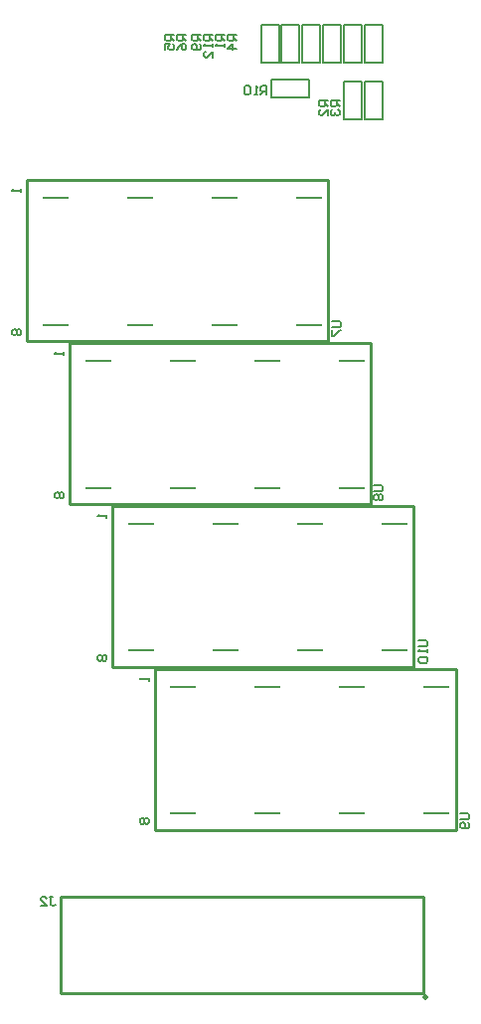
<source format=gbo>
%FSLAX24Y24*%
%MOIN*%
G70*
G01*
G75*
G04 Layer_Color=32896*
%ADD10R,0.1000X0.0300*%
%ADD11R,0.0360X0.0320*%
%ADD12R,0.0320X0.0360*%
%ADD13R,0.0118X0.0669*%
%ADD14C,0.0400*%
%ADD15C,0.0060*%
%ADD16C,0.0300*%
%ADD17C,0.0600*%
%ADD18C,0.1260*%
%ADD19C,0.1500*%
%ADD20C,0.0200*%
%ADD21C,0.0550*%
%ADD22C,0.0700*%
%ADD23C,0.1361*%
G04:AMPARAMS|DCode=24|XSize=188.5mil|YSize=188.5mil|CornerRadius=0mil|HoleSize=0mil|Usage=FLASHONLY|Rotation=0.000|XOffset=0mil|YOffset=0mil|HoleType=Round|Shape=Relief|Width=10mil|Gap=10mil|Entries=4|*
%AMTHD24*
7,0,0,0.1885,0.1685,0.0100,45*
%
%ADD24THD24*%
%ADD25C,0.0500*%
%ADD26C,0.0200*%
%ADD27C,0.0197*%
%ADD28C,0.0100*%
%ADD29C,0.0010*%
%ADD30C,0.0080*%
%ADD31C,0.0039*%
%ADD32C,0.0050*%
%ADD33R,0.0900X0.0100*%
%ADD34R,0.0430X0.0390*%
%ADD35R,0.0390X0.0430*%
%ADD36R,0.0188X0.0739*%
%ADD37C,0.0370*%
%ADD38C,0.0670*%
%ADD39C,0.1330*%
%ADD40C,0.1570*%
%ADD41C,0.0270*%
D15*
X-130Y22400D02*
X-430D01*
Y22250D01*
X-380Y22200D01*
X-280D01*
X-230Y22250D01*
Y22400D01*
Y22300D02*
X-130Y22200D01*
Y21900D02*
Y22100D01*
X-330Y21900D01*
X-380D01*
X-430Y21950D01*
Y22050D01*
X-380Y22100D01*
X-2200Y22600D02*
Y22900D01*
X-2350D01*
X-2400Y22850D01*
Y22750D01*
X-2350Y22700D01*
X-2200D01*
X-2300D02*
X-2400Y22600D01*
X-2500D02*
X-2600D01*
X-2550D01*
Y22900D01*
X-2500Y22850D01*
X-2750D02*
X-2800Y22900D01*
X-2900D01*
X-2950Y22850D01*
Y22650D01*
X-2900Y22600D01*
X-2800D01*
X-2750Y22650D01*
Y22850D01*
X250Y22400D02*
X-50D01*
Y22250D01*
X0Y22200D01*
X100D01*
X150Y22250D01*
Y22400D01*
Y22300D02*
X250Y22200D01*
X0Y22100D02*
X-50Y22050D01*
Y21950D01*
X0Y21900D01*
X50D01*
X100Y21950D01*
Y22000D01*
Y21950D01*
X150Y21900D01*
X200D01*
X250Y21950D01*
Y22050D01*
X200Y22100D01*
X-3600Y24600D02*
X-3900D01*
Y24450D01*
X-3850Y24400D01*
X-3750D01*
X-3700Y24450D01*
Y24600D01*
Y24500D02*
X-3600Y24400D01*
Y24300D02*
Y24200D01*
Y24250D01*
X-3900D01*
X-3850Y24300D01*
X-4900Y24600D02*
X-5200D01*
Y24450D01*
X-5150Y24400D01*
X-5050D01*
X-5000Y24450D01*
Y24600D01*
Y24500D02*
X-4900Y24400D01*
X-5200Y24100D02*
X-5150Y24200D01*
X-5050Y24300D01*
X-4950D01*
X-4900Y24250D01*
Y24150D01*
X-4950Y24100D01*
X-5000D01*
X-5050Y24150D01*
Y24300D01*
X-4400Y24600D02*
X-4700D01*
Y24450D01*
X-4650Y24400D01*
X-4550D01*
X-4500Y24450D01*
Y24600D01*
Y24500D02*
X-4400Y24400D01*
X-4450Y24300D02*
X-4400Y24250D01*
Y24150D01*
X-4450Y24100D01*
X-4650D01*
X-4700Y24150D01*
Y24250D01*
X-4650Y24300D01*
X-4600D01*
X-4550Y24250D01*
Y24100D01*
X-4005Y24600D02*
X-4305D01*
Y24450D01*
X-4255Y24400D01*
X-4155D01*
X-4105Y24450D01*
Y24600D01*
Y24500D02*
X-4005Y24400D01*
Y24300D02*
Y24200D01*
Y24250D01*
X-4305D01*
X-4255Y24300D01*
X-4005Y23850D02*
Y24050D01*
X-4205Y23850D01*
X-4255D01*
X-4305Y23900D01*
Y24000D01*
X-4255Y24050D01*
X-3200Y24600D02*
X-3500D01*
Y24450D01*
X-3450Y24400D01*
X-3350D01*
X-3300Y24450D01*
Y24600D01*
Y24500D02*
X-3200Y24400D01*
Y24150D02*
X-3500D01*
X-3350Y24300D01*
Y24100D01*
X-5300Y24600D02*
X-5600D01*
Y24450D01*
X-5550Y24400D01*
X-5450D01*
X-5400Y24450D01*
Y24600D01*
Y24500D02*
X-5300Y24400D01*
X-5600Y24100D02*
Y24300D01*
X-5450D01*
X-5500Y24200D01*
Y24150D01*
X-5450Y24100D01*
X-5350D01*
X-5300Y24150D01*
Y24250D01*
X-5350Y24300D01*
X0Y15000D02*
X250D01*
X300Y14950D01*
Y14850D01*
X250Y14800D01*
X0D01*
Y14700D02*
Y14500D01*
X50D01*
X250Y14700D01*
X300D01*
X1400Y9500D02*
X1650D01*
X1700Y9450D01*
Y9350D01*
X1650Y9300D01*
X1400D01*
X1450Y9200D02*
X1400Y9150D01*
Y9050D01*
X1450Y9000D01*
X1500D01*
X1550Y9050D01*
X1600Y9000D01*
X1650D01*
X1700Y9050D01*
Y9150D01*
X1650Y9200D01*
X1600D01*
X1550Y9150D01*
X1500Y9200D01*
X1450D01*
X1550Y9150D02*
Y9050D01*
X2900Y4300D02*
X3150D01*
X3200Y4250D01*
Y4150D01*
X3150Y4100D01*
X2900D01*
X3200Y4000D02*
Y3900D01*
Y3950D01*
X2900D01*
X2950Y4000D01*
Y3750D02*
X2900Y3700D01*
Y3600D01*
X2950Y3550D01*
X3150D01*
X3200Y3600D01*
Y3700D01*
X3150Y3750D01*
X2950D01*
X4300Y-1500D02*
X4550D01*
X4600Y-1550D01*
Y-1650D01*
X4550Y-1700D01*
X4300D01*
X4550Y-1800D02*
X4600Y-1850D01*
Y-1950D01*
X4550Y-2000D01*
X4350D01*
X4300Y-1950D01*
Y-1850D01*
X4350Y-1800D01*
X4400D01*
X4450Y-1850D01*
Y-2000D01*
X-9480Y-4300D02*
X-9380D01*
X-9430D01*
Y-4550D01*
X-9380Y-4600D01*
X-9330D01*
X-9280Y-4550D01*
X-9780Y-4600D02*
X-9580D01*
X-9780Y-4400D01*
Y-4350D01*
X-9730Y-4300D01*
X-9630D01*
X-9580Y-4350D01*
D27*
X3126Y-7645D02*
D03*
D28*
X-5940Y-2050D02*
Y3150D01*
Y-2050D02*
X4160D01*
Y3350D01*
X-5940D02*
X4160D01*
X-5940Y3150D02*
Y3350D01*
X-7370Y8610D02*
Y8810D01*
X2730D01*
Y3410D02*
Y8810D01*
X-7370Y3410D02*
X2730D01*
X-7370D02*
Y8610D01*
X-8800Y8870D02*
Y14070D01*
Y8870D02*
X1300D01*
Y14270D01*
X-8800D02*
X1300D01*
X-8800Y14070D02*
Y14270D01*
X-10230Y19530D02*
Y19730D01*
X-130D01*
Y14330D02*
Y19730D01*
X-10230Y14330D02*
X-130D01*
X-10230D02*
Y19530D01*
X-9119Y-4298D02*
X3047D01*
X-9119Y-7527D02*
X3047D01*
Y-4298D01*
X-9119Y-7527D02*
Y-4298D01*
D30*
X400Y23030D02*
X1000D01*
X400Y21770D02*
Y23030D01*
X1000Y21770D02*
Y23030D01*
X400Y21770D02*
X1000D01*
X-770Y22500D02*
Y23100D01*
X-2030D02*
X-770D01*
X-2030Y22500D02*
X-770D01*
X-2030D02*
Y23100D01*
X1087Y21770D02*
X1687D01*
Y23030D01*
X1087Y21770D02*
Y23030D01*
X1687D01*
X383Y24930D02*
X983D01*
X383Y23670D02*
Y24930D01*
X983Y23670D02*
Y24930D01*
X383Y23670D02*
X983D01*
X-1700Y24930D02*
X-1100D01*
X-1700Y23670D02*
Y24930D01*
X-1100Y23670D02*
Y24930D01*
X-1700Y23670D02*
X-1100D01*
X-1000Y24930D02*
X-400D01*
X-1000Y23670D02*
Y24930D01*
X-400Y23670D02*
Y24930D01*
X-1000Y23670D02*
X-400D01*
X-300Y24930D02*
X300D01*
X-300Y23670D02*
Y24930D01*
X300Y23670D02*
Y24930D01*
X-300Y23670D02*
X300D01*
X1091Y24930D02*
X1691D01*
X1091Y23670D02*
Y24930D01*
X1691Y23670D02*
Y24930D01*
X1091Y23670D02*
X1691D01*
X-2375Y24930D02*
X-1775D01*
X-2375Y23670D02*
Y24930D01*
X-1775Y23670D02*
Y24930D01*
X-2375Y23670D02*
X-1775D01*
D32*
X-6140Y3050D02*
Y2950D01*
Y3000D01*
X-6440D01*
X-6390Y3050D01*
X-6190Y-1850D02*
X-6140Y-1800D01*
Y-1700D01*
X-6190Y-1650D01*
X-6240D01*
X-6290Y-1700D01*
X-6340Y-1650D01*
X-6390D01*
X-6440Y-1700D01*
Y-1800D01*
X-6390Y-1850D01*
X-6340D01*
X-6290Y-1800D01*
X-6240Y-1850D01*
X-6190D01*
X-6290Y-1800D02*
Y-1700D01*
X-7620Y3610D02*
X-7570Y3660D01*
Y3760D01*
X-7620Y3810D01*
X-7670D01*
X-7720Y3760D01*
X-7770Y3810D01*
X-7820D01*
X-7870Y3760D01*
Y3660D01*
X-7820Y3610D01*
X-7770D01*
X-7720Y3660D01*
X-7670Y3610D01*
X-7620D01*
X-7720Y3660D02*
Y3760D01*
X-7570Y8510D02*
Y8410D01*
Y8460D01*
X-7870D01*
X-7820Y8510D01*
X-9000Y13970D02*
Y13870D01*
Y13920D01*
X-9300D01*
X-9250Y13970D01*
X-9050Y9070D02*
X-9000Y9120D01*
Y9220D01*
X-9050Y9270D01*
X-9100D01*
X-9150Y9220D01*
X-9200Y9270D01*
X-9250D01*
X-9300Y9220D01*
Y9120D01*
X-9250Y9070D01*
X-9200D01*
X-9150Y9120D01*
X-9100Y9070D01*
X-9050D01*
X-9150Y9120D02*
Y9220D01*
X-10480Y14530D02*
X-10430Y14580D01*
Y14680D01*
X-10480Y14730D01*
X-10530D01*
X-10580Y14680D01*
X-10630Y14730D01*
X-10680D01*
X-10730Y14680D01*
Y14580D01*
X-10680Y14530D01*
X-10630D01*
X-10580Y14580D01*
X-10530Y14530D01*
X-10480D01*
X-10580Y14580D02*
Y14680D01*
X-10430Y19430D02*
Y19330D01*
Y19380D01*
X-10730D01*
X-10680Y19430D01*
D33*
X-4990Y-1500D02*
D03*
X-2157D02*
D03*
X676D02*
D03*
X3509D02*
D03*
X-4990Y2750D02*
D03*
X-2157D02*
D03*
X676D02*
D03*
X3509D02*
D03*
X2079Y8210D02*
D03*
X-754D02*
D03*
X-3587D02*
D03*
X-6420D02*
D03*
X2079Y3960D02*
D03*
X-754D02*
D03*
X-3587D02*
D03*
X-6420D02*
D03*
X-7850Y9420D02*
D03*
X-5017D02*
D03*
X-2184D02*
D03*
X649D02*
D03*
X-7850Y13670D02*
D03*
X-5017D02*
D03*
X-2184D02*
D03*
X649D02*
D03*
X-781Y19130D02*
D03*
X-3614D02*
D03*
X-6447D02*
D03*
X-9280D02*
D03*
X-781Y14880D02*
D03*
X-3614D02*
D03*
X-6447D02*
D03*
X-9280D02*
D03*
M02*

</source>
